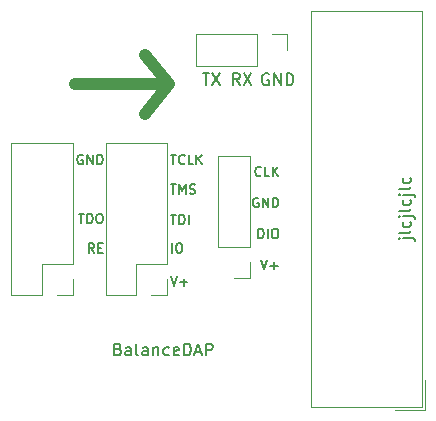
<source format=gbr>
G04 #@! TF.GenerationSoftware,KiCad,Pcbnew,(5.1.4)-1*
G04 #@! TF.CreationDate,2020-02-29T23:53:28+08:00*
G04 #@! TF.ProjectId,adapter_20p,61646170-7465-4725-9f32-30702e6b6963,rev?*
G04 #@! TF.SameCoordinates,Original*
G04 #@! TF.FileFunction,Legend,Top*
G04 #@! TF.FilePolarity,Positive*
%FSLAX46Y46*%
G04 Gerber Fmt 4.6, Leading zero omitted, Abs format (unit mm)*
G04 Created by KiCad (PCBNEW (5.1.4)-1) date 2020-02-29 23:53:28*
%MOMM*%
%LPD*%
G04 APERTURE LIST*
%ADD10C,0.150000*%
%ADD11C,1.000000*%
%ADD12C,0.120000*%
G04 APERTURE END LIST*
D10*
X163285714Y-69547619D02*
X164142857Y-69547619D01*
X164238095Y-69595238D01*
X164285714Y-69690476D01*
X164285714Y-69738095D01*
X162952380Y-69547619D02*
X163000000Y-69595238D01*
X163047619Y-69547619D01*
X163000000Y-69500000D01*
X162952380Y-69547619D01*
X163047619Y-69547619D01*
X163952380Y-68928571D02*
X163904761Y-69023809D01*
X163809523Y-69071428D01*
X162952380Y-69071428D01*
X163904761Y-68119047D02*
X163952380Y-68214285D01*
X163952380Y-68404761D01*
X163904761Y-68500000D01*
X163857142Y-68547619D01*
X163761904Y-68595238D01*
X163476190Y-68595238D01*
X163380952Y-68547619D01*
X163333333Y-68500000D01*
X163285714Y-68404761D01*
X163285714Y-68214285D01*
X163333333Y-68119047D01*
X163285714Y-67690476D02*
X164142857Y-67690476D01*
X164238095Y-67738095D01*
X164285714Y-67833333D01*
X164285714Y-67880952D01*
X162952380Y-67690476D02*
X163000000Y-67738095D01*
X163047619Y-67690476D01*
X163000000Y-67642857D01*
X162952380Y-67690476D01*
X163047619Y-67690476D01*
X163952380Y-67071428D02*
X163904761Y-67166666D01*
X163809523Y-67214285D01*
X162952380Y-67214285D01*
X163904761Y-66261904D02*
X163952380Y-66357142D01*
X163952380Y-66547619D01*
X163904761Y-66642857D01*
X163857142Y-66690476D01*
X163761904Y-66738095D01*
X163476190Y-66738095D01*
X163380952Y-66690476D01*
X163333333Y-66642857D01*
X163285714Y-66547619D01*
X163285714Y-66357142D01*
X163333333Y-66261904D01*
X163285714Y-65833333D02*
X164142857Y-65833333D01*
X164238095Y-65880952D01*
X164285714Y-65976190D01*
X164285714Y-66023809D01*
X162952380Y-65833333D02*
X163000000Y-65880952D01*
X163047619Y-65833333D01*
X163000000Y-65785714D01*
X162952380Y-65833333D01*
X163047619Y-65833333D01*
X163952380Y-65214285D02*
X163904761Y-65309523D01*
X163809523Y-65357142D01*
X162952380Y-65357142D01*
X163904761Y-64404761D02*
X163952380Y-64500000D01*
X163952380Y-64690476D01*
X163904761Y-64785714D01*
X163857142Y-64833333D01*
X163761904Y-64880952D01*
X163476190Y-64880952D01*
X163380952Y-64833333D01*
X163333333Y-64785714D01*
X163285714Y-64690476D01*
X163285714Y-64500000D01*
X163333333Y-64404761D01*
X139166666Y-78928571D02*
X139309523Y-78976190D01*
X139357142Y-79023809D01*
X139404761Y-79119047D01*
X139404761Y-79261904D01*
X139357142Y-79357142D01*
X139309523Y-79404761D01*
X139214285Y-79452380D01*
X138833333Y-79452380D01*
X138833333Y-78452380D01*
X139166666Y-78452380D01*
X139261904Y-78500000D01*
X139309523Y-78547619D01*
X139357142Y-78642857D01*
X139357142Y-78738095D01*
X139309523Y-78833333D01*
X139261904Y-78880952D01*
X139166666Y-78928571D01*
X138833333Y-78928571D01*
X140261904Y-79452380D02*
X140261904Y-78928571D01*
X140214285Y-78833333D01*
X140119047Y-78785714D01*
X139928571Y-78785714D01*
X139833333Y-78833333D01*
X140261904Y-79404761D02*
X140166666Y-79452380D01*
X139928571Y-79452380D01*
X139833333Y-79404761D01*
X139785714Y-79309523D01*
X139785714Y-79214285D01*
X139833333Y-79119047D01*
X139928571Y-79071428D01*
X140166666Y-79071428D01*
X140261904Y-79023809D01*
X140880952Y-79452380D02*
X140785714Y-79404761D01*
X140738095Y-79309523D01*
X140738095Y-78452380D01*
X141690476Y-79452380D02*
X141690476Y-78928571D01*
X141642857Y-78833333D01*
X141547619Y-78785714D01*
X141357142Y-78785714D01*
X141261904Y-78833333D01*
X141690476Y-79404761D02*
X141595238Y-79452380D01*
X141357142Y-79452380D01*
X141261904Y-79404761D01*
X141214285Y-79309523D01*
X141214285Y-79214285D01*
X141261904Y-79119047D01*
X141357142Y-79071428D01*
X141595238Y-79071428D01*
X141690476Y-79023809D01*
X142166666Y-78785714D02*
X142166666Y-79452380D01*
X142166666Y-78880952D02*
X142214285Y-78833333D01*
X142309523Y-78785714D01*
X142452380Y-78785714D01*
X142547619Y-78833333D01*
X142595238Y-78928571D01*
X142595238Y-79452380D01*
X143500000Y-79404761D02*
X143404761Y-79452380D01*
X143214285Y-79452380D01*
X143119047Y-79404761D01*
X143071428Y-79357142D01*
X143023809Y-79261904D01*
X143023809Y-78976190D01*
X143071428Y-78880952D01*
X143119047Y-78833333D01*
X143214285Y-78785714D01*
X143404761Y-78785714D01*
X143500000Y-78833333D01*
X144309523Y-79404761D02*
X144214285Y-79452380D01*
X144023809Y-79452380D01*
X143928571Y-79404761D01*
X143880952Y-79309523D01*
X143880952Y-78928571D01*
X143928571Y-78833333D01*
X144023809Y-78785714D01*
X144214285Y-78785714D01*
X144309523Y-78833333D01*
X144357142Y-78928571D01*
X144357142Y-79023809D01*
X143880952Y-79119047D01*
X144785714Y-79452380D02*
X144785714Y-78452380D01*
X145023809Y-78452380D01*
X145166666Y-78500000D01*
X145261904Y-78595238D01*
X145309523Y-78690476D01*
X145357142Y-78880952D01*
X145357142Y-79023809D01*
X145309523Y-79214285D01*
X145261904Y-79309523D01*
X145166666Y-79404761D01*
X145023809Y-79452380D01*
X144785714Y-79452380D01*
X145738095Y-79166666D02*
X146214285Y-79166666D01*
X145642857Y-79452380D02*
X145976190Y-78452380D01*
X146309523Y-79452380D01*
X146642857Y-79452380D02*
X146642857Y-78452380D01*
X147023809Y-78452380D01*
X147119047Y-78500000D01*
X147166666Y-78547619D01*
X147214285Y-78642857D01*
X147214285Y-78785714D01*
X147166666Y-78880952D01*
X147119047Y-78928571D01*
X147023809Y-78976190D01*
X146642857Y-78976190D01*
X143647619Y-72761904D02*
X143914285Y-73561904D01*
X144180952Y-72761904D01*
X144447619Y-73257142D02*
X145057143Y-73257142D01*
X144752381Y-73561904D02*
X144752381Y-72952380D01*
X136195238Y-62500000D02*
X136119047Y-62461904D01*
X136004762Y-62461904D01*
X135890476Y-62500000D01*
X135814285Y-62576190D01*
X135776190Y-62652380D01*
X135738095Y-62804761D01*
X135738095Y-62919047D01*
X135776190Y-63071428D01*
X135814285Y-63147619D01*
X135890476Y-63223809D01*
X136004762Y-63261904D01*
X136080952Y-63261904D01*
X136195238Y-63223809D01*
X136233333Y-63185714D01*
X136233333Y-62919047D01*
X136080952Y-62919047D01*
X136576190Y-63261904D02*
X136576190Y-62461904D01*
X137033333Y-63261904D01*
X137033333Y-62461904D01*
X137414285Y-63261904D02*
X137414285Y-62461904D01*
X137604762Y-62461904D01*
X137719047Y-62500000D01*
X137795238Y-62576190D01*
X137833333Y-62652380D01*
X137871428Y-62804761D01*
X137871428Y-62919047D01*
X137833333Y-63071428D01*
X137795238Y-63147619D01*
X137719047Y-63223809D01*
X137604762Y-63261904D01*
X137414285Y-63261904D01*
X143761905Y-70761904D02*
X143761905Y-69961904D01*
X144295238Y-69961904D02*
X144447619Y-69961904D01*
X144523810Y-70000000D01*
X144600000Y-70076190D01*
X144638095Y-70228571D01*
X144638095Y-70495238D01*
X144600000Y-70647619D01*
X144523810Y-70723809D01*
X144447619Y-70761904D01*
X144295238Y-70761904D01*
X144219048Y-70723809D01*
X144142857Y-70647619D01*
X144104762Y-70495238D01*
X144104762Y-70228571D01*
X144142857Y-70076190D01*
X144219048Y-70000000D01*
X144295238Y-69961904D01*
X143647619Y-62461904D02*
X144104761Y-62461904D01*
X143876190Y-63261904D02*
X143876190Y-62461904D01*
X144828571Y-63185714D02*
X144790476Y-63223809D01*
X144676190Y-63261904D01*
X144600000Y-63261904D01*
X144485714Y-63223809D01*
X144409523Y-63147619D01*
X144371428Y-63071428D01*
X144333333Y-62919047D01*
X144333333Y-62804761D01*
X144371428Y-62652380D01*
X144409523Y-62576190D01*
X144485714Y-62500000D01*
X144600000Y-62461904D01*
X144676190Y-62461904D01*
X144790476Y-62500000D01*
X144828571Y-62538095D01*
X145552380Y-63261904D02*
X145171428Y-63261904D01*
X145171428Y-62461904D01*
X145819047Y-63261904D02*
X145819047Y-62461904D01*
X146276190Y-63261904D02*
X145933333Y-62804761D01*
X146276190Y-62461904D02*
X145819047Y-62919047D01*
X143647619Y-64961904D02*
X144104762Y-64961904D01*
X143876190Y-65761904D02*
X143876190Y-64961904D01*
X144371428Y-65761904D02*
X144371428Y-64961904D01*
X144638095Y-65533333D01*
X144904762Y-64961904D01*
X144904762Y-65761904D01*
X145247619Y-65723809D02*
X145361905Y-65761904D01*
X145552381Y-65761904D01*
X145628571Y-65723809D01*
X145666666Y-65685714D01*
X145704762Y-65609523D01*
X145704762Y-65533333D01*
X145666666Y-65457142D01*
X145628571Y-65419047D01*
X145552381Y-65380952D01*
X145400000Y-65342857D01*
X145323809Y-65304761D01*
X145285714Y-65266666D01*
X145247619Y-65190476D01*
X145247619Y-65114285D01*
X145285714Y-65038095D01*
X145323809Y-65000000D01*
X145400000Y-64961904D01*
X145590476Y-64961904D01*
X145704762Y-65000000D01*
X143647619Y-67561904D02*
X144104762Y-67561904D01*
X143876190Y-68361904D02*
X143876190Y-67561904D01*
X144371428Y-68361904D02*
X144371428Y-67561904D01*
X144561905Y-67561904D01*
X144676190Y-67600000D01*
X144752381Y-67676190D01*
X144790476Y-67752380D01*
X144828571Y-67904761D01*
X144828571Y-68019047D01*
X144790476Y-68171428D01*
X144752381Y-68247619D01*
X144676190Y-68323809D01*
X144561905Y-68361904D01*
X144371428Y-68361904D01*
X145171428Y-68361904D02*
X145171428Y-67561904D01*
X137147619Y-70761904D02*
X136880952Y-70380952D01*
X136690476Y-70761904D02*
X136690476Y-69961904D01*
X136995238Y-69961904D01*
X137071428Y-70000000D01*
X137109524Y-70038095D01*
X137147619Y-70114285D01*
X137147619Y-70228571D01*
X137109524Y-70304761D01*
X137071428Y-70342857D01*
X136995238Y-70380952D01*
X136690476Y-70380952D01*
X137490476Y-70342857D02*
X137757143Y-70342857D01*
X137871428Y-70761904D02*
X137490476Y-70761904D01*
X137490476Y-69961904D01*
X137871428Y-69961904D01*
X135852380Y-67461904D02*
X136309523Y-67461904D01*
X136080952Y-68261904D02*
X136080952Y-67461904D01*
X136576190Y-68261904D02*
X136576190Y-67461904D01*
X136766666Y-67461904D01*
X136880952Y-67500000D01*
X136957142Y-67576190D01*
X136995238Y-67652380D01*
X137033333Y-67804761D01*
X137033333Y-67919047D01*
X136995238Y-68071428D01*
X136957142Y-68147619D01*
X136880952Y-68223809D01*
X136766666Y-68261904D01*
X136576190Y-68261904D01*
X137528571Y-67461904D02*
X137680952Y-67461904D01*
X137757142Y-67500000D01*
X137833333Y-67576190D01*
X137871428Y-67728571D01*
X137871428Y-67995238D01*
X137833333Y-68147619D01*
X137757142Y-68223809D01*
X137680952Y-68261904D01*
X137528571Y-68261904D01*
X137452380Y-68223809D01*
X137376190Y-68147619D01*
X137338095Y-67995238D01*
X137338095Y-67728571D01*
X137376190Y-67576190D01*
X137452380Y-67500000D01*
X137528571Y-67461904D01*
X151933333Y-55633333D02*
X151838095Y-55585713D01*
X151695238Y-55585713D01*
X151552380Y-55633333D01*
X151457142Y-55728571D01*
X151409523Y-55823809D01*
X151361904Y-56014285D01*
X151361904Y-56157142D01*
X151409523Y-56347618D01*
X151457142Y-56442856D01*
X151552380Y-56538094D01*
X151695238Y-56585713D01*
X151790476Y-56585713D01*
X151933333Y-56538094D01*
X151980952Y-56490475D01*
X151980952Y-56157142D01*
X151790476Y-56157142D01*
X152409523Y-56585713D02*
X152409523Y-55585713D01*
X152980952Y-56585713D01*
X152980952Y-55585713D01*
X153457142Y-56585713D02*
X153457142Y-55585713D01*
X153695238Y-55585713D01*
X153838095Y-55633333D01*
X153933333Y-55728571D01*
X153980952Y-55823809D01*
X154028571Y-56014285D01*
X154028571Y-56157142D01*
X153980952Y-56347618D01*
X153933333Y-56442856D01*
X153838095Y-56538094D01*
X153695238Y-56585713D01*
X153457142Y-56585713D01*
X151280953Y-71361904D02*
X151547619Y-72161904D01*
X151814286Y-71361904D01*
X152080953Y-71857142D02*
X152690477Y-71857142D01*
X152385715Y-72161904D02*
X152385715Y-71552380D01*
X151052381Y-66133333D02*
X150976190Y-66095237D01*
X150861905Y-66095237D01*
X150747619Y-66133333D01*
X150671428Y-66209523D01*
X150633333Y-66285713D01*
X150595238Y-66438094D01*
X150595238Y-66552380D01*
X150633333Y-66704761D01*
X150671428Y-66780952D01*
X150747619Y-66857142D01*
X150861905Y-66895237D01*
X150938095Y-66895237D01*
X151052381Y-66857142D01*
X151090476Y-66819047D01*
X151090476Y-66552380D01*
X150938095Y-66552380D01*
X151433333Y-66895237D02*
X151433333Y-66095237D01*
X151890476Y-66895237D01*
X151890476Y-66095237D01*
X152271428Y-66895237D02*
X152271428Y-66095237D01*
X152461905Y-66095237D01*
X152576190Y-66133333D01*
X152652381Y-66209523D01*
X152690476Y-66285713D01*
X152728571Y-66438094D01*
X152728571Y-66552380D01*
X152690476Y-66704761D01*
X152652381Y-66780952D01*
X152576190Y-66857142D01*
X152461905Y-66895237D01*
X152271428Y-66895237D01*
X151280952Y-64185714D02*
X151242857Y-64223809D01*
X151128571Y-64261904D01*
X151052381Y-64261904D01*
X150938095Y-64223809D01*
X150861904Y-64147619D01*
X150823809Y-64071428D01*
X150785714Y-63919047D01*
X150785714Y-63804761D01*
X150823809Y-63652380D01*
X150861904Y-63576190D01*
X150938095Y-63500000D01*
X151052381Y-63461904D01*
X151128571Y-63461904D01*
X151242857Y-63500000D01*
X151280952Y-63538095D01*
X152004762Y-64261904D02*
X151623809Y-64261904D01*
X151623809Y-63461904D01*
X152271428Y-64261904D02*
X152271428Y-63461904D01*
X152728571Y-64261904D02*
X152385714Y-63804761D01*
X152728571Y-63461904D02*
X152271428Y-63919047D01*
X151052381Y-69528570D02*
X151052381Y-68728570D01*
X151242857Y-68728570D01*
X151357143Y-68766666D01*
X151433333Y-68842856D01*
X151471429Y-68919046D01*
X151509524Y-69071427D01*
X151509524Y-69185713D01*
X151471429Y-69338094D01*
X151433333Y-69414285D01*
X151357143Y-69490475D01*
X151242857Y-69528570D01*
X151052381Y-69528570D01*
X151852381Y-69528570D02*
X151852381Y-68728570D01*
X152385714Y-68728570D02*
X152538095Y-68728570D01*
X152614286Y-68766666D01*
X152690476Y-68842856D01*
X152728571Y-68995237D01*
X152728571Y-69261904D01*
X152690476Y-69414285D01*
X152614286Y-69490475D01*
X152538095Y-69528570D01*
X152385714Y-69528570D01*
X152309524Y-69490475D01*
X152233333Y-69414285D01*
X152195238Y-69261904D01*
X152195238Y-68995237D01*
X152233333Y-68842856D01*
X152309524Y-68766666D01*
X152385714Y-68728570D01*
X149483333Y-56552380D02*
X149150000Y-56076190D01*
X148911904Y-56552380D02*
X148911904Y-55552380D01*
X149292857Y-55552380D01*
X149388095Y-55600000D01*
X149435714Y-55647619D01*
X149483333Y-55742857D01*
X149483333Y-55885714D01*
X149435714Y-55980952D01*
X149388095Y-56028571D01*
X149292857Y-56076190D01*
X148911904Y-56076190D01*
X149816666Y-55552380D02*
X150483333Y-56552380D01*
X150483333Y-55552380D02*
X149816666Y-56552380D01*
X146338095Y-55552380D02*
X146909523Y-55552380D01*
X146623809Y-56552380D02*
X146623809Y-55552380D01*
X147147619Y-55552380D02*
X147814285Y-56552380D01*
X147814285Y-55552380D02*
X147147619Y-56552380D01*
D11*
X143500000Y-56500000D02*
X141500000Y-59000000D01*
X141500000Y-54000000D02*
X143500000Y-56500000D01*
X135500000Y-56500000D02*
X143500000Y-56500000D01*
D12*
X135330000Y-74330000D02*
X134000000Y-74330000D01*
X135330000Y-73000000D02*
X135330000Y-74330000D01*
X132730000Y-74330000D02*
X130130000Y-74330000D01*
X132730000Y-71730000D02*
X132730000Y-74330000D01*
X135330000Y-71730000D02*
X132730000Y-71730000D01*
X130130000Y-74330000D02*
X130130000Y-61510000D01*
X135330000Y-71730000D02*
X135330000Y-61510000D01*
X135330000Y-61510000D02*
X130130000Y-61510000D01*
X150330000Y-72870000D02*
X149000000Y-72870000D01*
X150330000Y-71540000D02*
X150330000Y-72870000D01*
X150330000Y-70270000D02*
X147670000Y-70270000D01*
X147670000Y-70270000D02*
X147670000Y-62590000D01*
X150330000Y-70270000D02*
X150330000Y-62590000D01*
X150330000Y-62590000D02*
X147670000Y-62590000D01*
X143330000Y-74330000D02*
X142000000Y-74330000D01*
X143330000Y-73000000D02*
X143330000Y-74330000D01*
X140730000Y-74330000D02*
X138130000Y-74330000D01*
X140730000Y-71730000D02*
X140730000Y-74330000D01*
X143330000Y-71730000D02*
X140730000Y-71730000D01*
X138130000Y-74330000D02*
X138130000Y-61510000D01*
X143330000Y-71730000D02*
X143330000Y-61510000D01*
X143330000Y-61510000D02*
X138130000Y-61510000D01*
X153530000Y-52270000D02*
X153530000Y-53600000D01*
X152200000Y-52270000D02*
X153530000Y-52270000D01*
X150930000Y-52270000D02*
X150930000Y-54930000D01*
X150930000Y-54930000D02*
X145790000Y-54930000D01*
X150930000Y-52270000D02*
X145790000Y-52270000D01*
X145790000Y-52270000D02*
X145790000Y-54930000D01*
X165155000Y-84100000D02*
X162615000Y-84100000D01*
X165155000Y-84100000D02*
X165155000Y-81560000D01*
X164905000Y-83850000D02*
X155555000Y-83850000D01*
X164905000Y-50290000D02*
X164905000Y-83850000D01*
X155555000Y-50290000D02*
X164905000Y-50290000D01*
X155555000Y-83850000D02*
X155555000Y-50290000D01*
M02*

</source>
